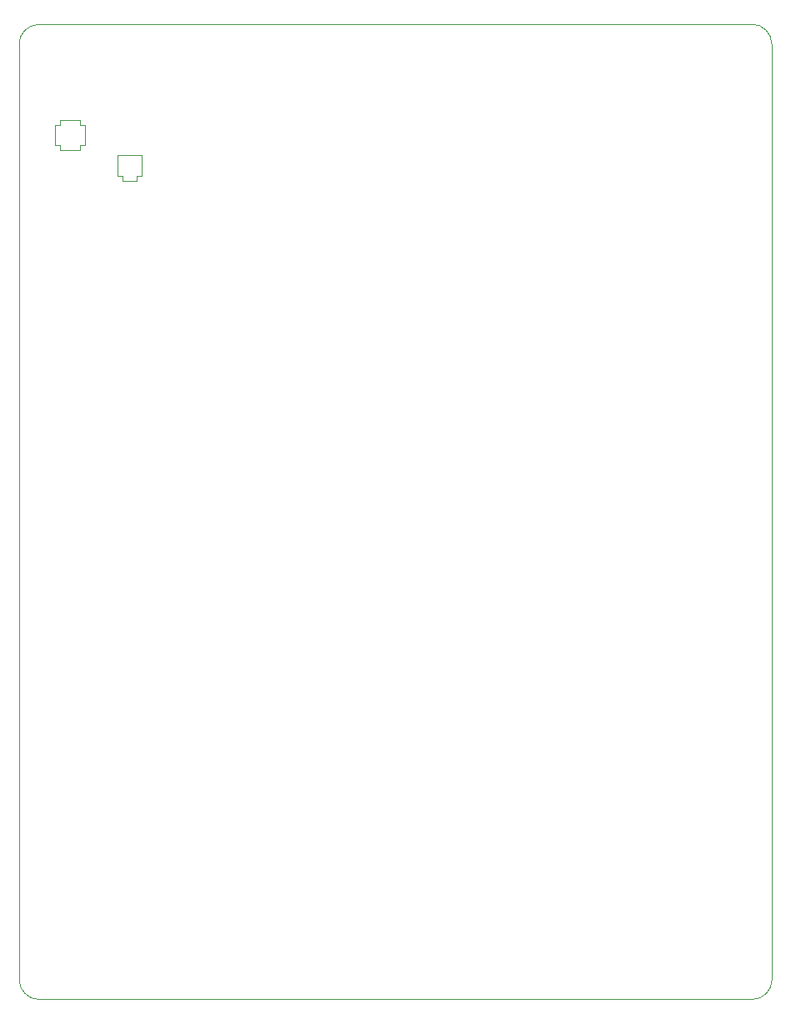
<source format=gbr>
%TF.GenerationSoftware,KiCad,Pcbnew,8.0.5*%
%TF.CreationDate,2024-10-25T18:54:30-04:00*%
%TF.ProjectId,macropad,6d616372-6f70-4616-942e-6b696361645f,v1.0.0*%
%TF.SameCoordinates,Original*%
%TF.FileFunction,Profile,NP*%
%FSLAX46Y46*%
G04 Gerber Fmt 4.6, Leading zero omitted, Abs format (unit mm)*
G04 Created by KiCad (PCBNEW 8.0.5) date 2024-10-25 18:54:30*
%MOMM*%
%LPD*%
G01*
G04 APERTURE LIST*
%TA.AperFunction,Profile*%
%ADD10C,0.050000*%
%TD*%
%TA.AperFunction,Profile*%
%ADD11C,0.100000*%
%TD*%
G04 APERTURE END LIST*
D10*
X82524214Y-131975786D02*
X154995786Y-131975786D01*
X82430000Y-33000000D02*
X154965786Y-32964214D01*
X80512442Y-35000000D02*
G75*
G02*
X82430001Y-33000014I2001758J0D01*
G01*
X80512442Y-35000000D02*
X80524214Y-129975786D01*
X156995786Y-129975786D02*
G75*
G02*
X154995786Y-131975786I-1999986J-14D01*
G01*
X82524214Y-131975786D02*
G75*
G02*
X80524214Y-129975786I-14J1999986D01*
G01*
X154965786Y-32964214D02*
G75*
G02*
X156965786Y-34964214I14J-1999986D01*
G01*
X156965786Y-34964214D02*
X156995786Y-129975786D01*
D11*
%TO.C,_1*%
X84178000Y-43170000D02*
X84678000Y-43170000D01*
X84178000Y-45210000D02*
X84178000Y-43170000D01*
X84678000Y-42670000D02*
X86718000Y-42670000D01*
X84678000Y-43170000D02*
X84678000Y-42670000D01*
X84678000Y-45210000D02*
X84178000Y-45210000D01*
X84678000Y-45710000D02*
X84678000Y-45210000D01*
X86718000Y-42670000D02*
X86718000Y-43170000D01*
X86718000Y-43170000D02*
X87218000Y-43170000D01*
X86718000Y-45210000D02*
X86718000Y-45710000D01*
X86718000Y-45710000D02*
X84678000Y-45710000D01*
X87218000Y-43170000D02*
X87218000Y-45210000D01*
X87218000Y-45210000D02*
X86718000Y-45210000D01*
X90528000Y-46222000D02*
X92933000Y-46222000D01*
X90528000Y-48385000D02*
X90528000Y-46222000D01*
X91028000Y-48385000D02*
X90528000Y-48385000D01*
X91028000Y-48885000D02*
X91028000Y-48385000D01*
X92433000Y-48385000D02*
X92433000Y-48885000D01*
X92433000Y-48885000D02*
X91028000Y-48885000D01*
X92933000Y-46222000D02*
X92933000Y-48385000D01*
X92933000Y-48385000D02*
X92433000Y-48385000D01*
%TD*%
M02*

</source>
